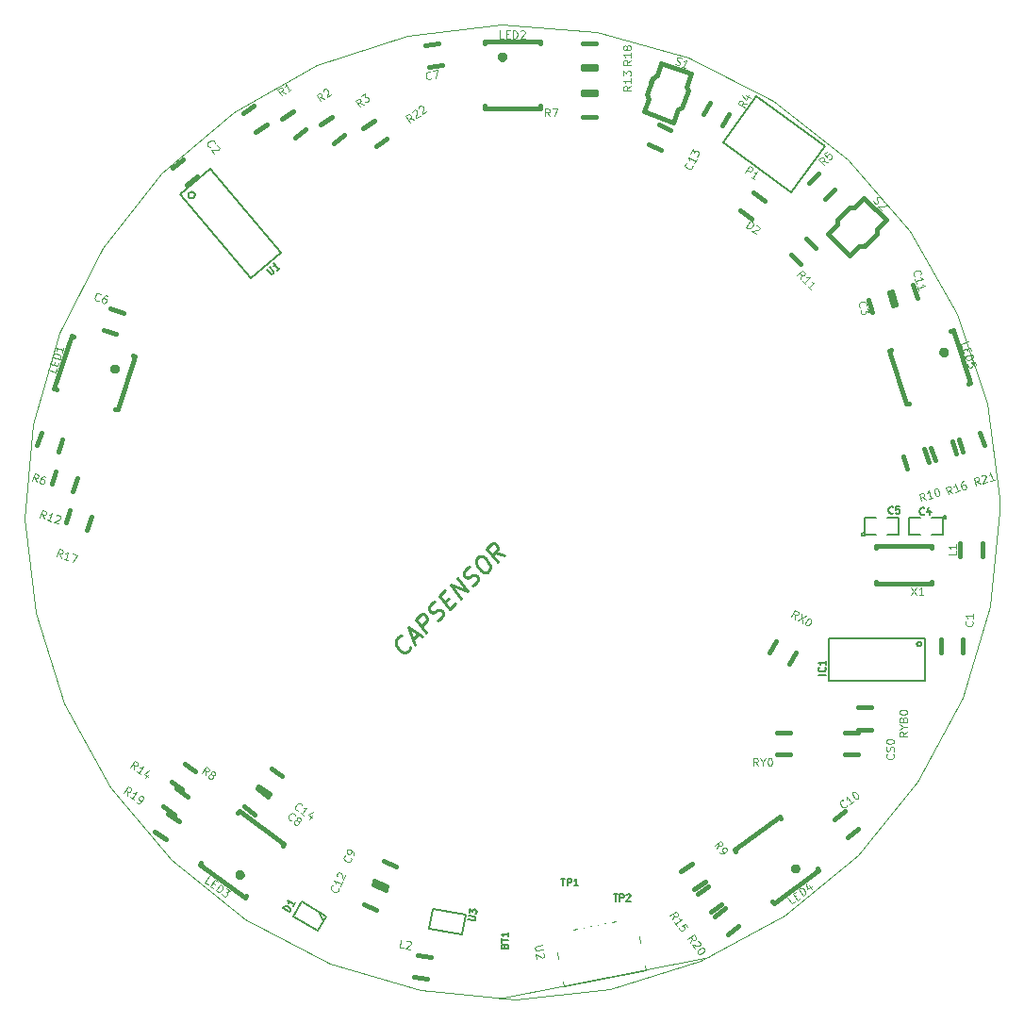
<source format=gto>
G04 (created by PCBNEW-RS274X (2012-01-19 BZR 3256)-stable) date 12/30/2012 11:34:10 PM*
G01*
G70*
G90*
%MOIN*%
G04 Gerber Fmt 3.4, Leading zero omitted, Abs format*
%FSLAX34Y34*%
G04 APERTURE LIST*
%ADD10C,0.006000*%
%ADD11C,0.003900*%
%ADD12C,0.008000*%
%ADD13C,0.007900*%
%ADD14C,0.005000*%
%ADD15C,0.015000*%
%ADD16C,0.009800*%
G04 APERTURE END LIST*
G54D10*
G54D11*
X38898Y-56575D02*
X46339Y-55118D01*
X56593Y-39370D02*
X56264Y-42715D01*
X55293Y-45933D01*
X53715Y-48901D01*
X51590Y-51505D01*
X49000Y-53648D01*
X46044Y-55247D01*
X42833Y-56241D01*
X39490Y-56592D01*
X36143Y-56287D01*
X32919Y-55338D01*
X29940Y-53781D01*
X27320Y-51675D01*
X25160Y-49100D01*
X23540Y-46154D01*
X22524Y-42950D01*
X22149Y-39610D01*
X22430Y-36261D01*
X23357Y-33030D01*
X24893Y-30041D01*
X26981Y-27406D01*
X29541Y-25228D01*
X32475Y-23588D01*
X35672Y-22549D01*
X39010Y-22151D01*
X42360Y-22409D01*
X45598Y-23313D01*
X48598Y-24829D01*
X51247Y-26898D01*
X53443Y-29443D01*
X55103Y-32365D01*
X56164Y-35555D01*
X56586Y-38890D01*
X56593Y-39370D01*
G54D12*
X49248Y-28069D02*
X46821Y-26305D01*
X47996Y-24687D02*
X50423Y-26451D01*
X50423Y-26451D02*
X49248Y-28069D01*
X46821Y-26305D02*
X47996Y-24687D01*
G54D13*
X53839Y-44036D02*
X53837Y-44051D01*
X53833Y-44066D01*
X53825Y-44079D01*
X53816Y-44091D01*
X53804Y-44101D01*
X53790Y-44108D01*
X53775Y-44113D01*
X53760Y-44114D01*
X53746Y-44113D01*
X53731Y-44109D01*
X53717Y-44102D01*
X53705Y-44092D01*
X53695Y-44080D01*
X53688Y-44067D01*
X53683Y-44052D01*
X53682Y-44037D01*
X53683Y-44022D01*
X53687Y-44007D01*
X53694Y-43994D01*
X53704Y-43982D01*
X53715Y-43972D01*
X53729Y-43964D01*
X53744Y-43959D01*
X53759Y-43958D01*
X53773Y-43959D01*
X53788Y-43963D01*
X53802Y-43970D01*
X53814Y-43979D01*
X53824Y-43991D01*
X53832Y-44004D01*
X53837Y-44019D01*
X53838Y-44034D01*
X53839Y-44036D01*
X50571Y-45335D02*
X53957Y-45335D01*
X53957Y-43839D02*
X50571Y-43839D01*
X53957Y-43839D02*
X53957Y-45335D01*
X50571Y-43839D02*
X50571Y-45335D01*
G54D14*
X54709Y-39562D02*
X54708Y-39571D01*
X54705Y-39581D01*
X54700Y-39589D01*
X54694Y-39597D01*
X54686Y-39603D01*
X54678Y-39608D01*
X54669Y-39610D01*
X54659Y-39611D01*
X54650Y-39611D01*
X54641Y-39608D01*
X54632Y-39603D01*
X54625Y-39597D01*
X54618Y-39590D01*
X54614Y-39581D01*
X54611Y-39572D01*
X54610Y-39562D01*
X54610Y-39553D01*
X54613Y-39544D01*
X54617Y-39535D01*
X54624Y-39528D01*
X54631Y-39521D01*
X54639Y-39517D01*
X54649Y-39514D01*
X54658Y-39513D01*
X54667Y-39513D01*
X54677Y-39516D01*
X54685Y-39520D01*
X54693Y-39526D01*
X54699Y-39534D01*
X54704Y-39542D01*
X54707Y-39551D01*
X54708Y-39561D01*
X54709Y-39562D01*
X54209Y-39562D02*
X54609Y-39562D01*
X54609Y-39562D02*
X54609Y-40162D01*
X54609Y-40162D02*
X54209Y-40162D01*
X53809Y-40162D02*
X53409Y-40162D01*
X53409Y-40162D02*
X53409Y-39562D01*
X53409Y-39562D02*
X53809Y-39562D01*
X51834Y-40162D02*
X51833Y-40171D01*
X51830Y-40181D01*
X51825Y-40189D01*
X51819Y-40197D01*
X51811Y-40203D01*
X51803Y-40208D01*
X51794Y-40210D01*
X51784Y-40211D01*
X51775Y-40211D01*
X51766Y-40208D01*
X51757Y-40203D01*
X51750Y-40197D01*
X51743Y-40190D01*
X51739Y-40181D01*
X51736Y-40172D01*
X51735Y-40162D01*
X51735Y-40153D01*
X51738Y-40144D01*
X51742Y-40135D01*
X51749Y-40128D01*
X51756Y-40121D01*
X51764Y-40117D01*
X51774Y-40114D01*
X51783Y-40113D01*
X51792Y-40113D01*
X51802Y-40116D01*
X51810Y-40120D01*
X51818Y-40126D01*
X51824Y-40134D01*
X51829Y-40142D01*
X51832Y-40151D01*
X51833Y-40161D01*
X51834Y-40162D01*
X52234Y-40162D02*
X51834Y-40162D01*
X51834Y-40162D02*
X51834Y-39562D01*
X51834Y-39562D02*
X52234Y-39562D01*
X52634Y-39562D02*
X53034Y-39562D01*
X53034Y-39562D02*
X53034Y-40162D01*
X53034Y-40162D02*
X52634Y-40162D01*
G54D15*
X54205Y-41831D02*
X54205Y-41909D01*
X54205Y-41909D02*
X52237Y-41909D01*
X52237Y-41909D02*
X52237Y-41831D01*
X52237Y-40649D02*
X52237Y-40571D01*
X52237Y-40571D02*
X54205Y-40571D01*
X54205Y-40571D02*
X54205Y-40649D01*
X44488Y-23956D02*
X44337Y-24026D01*
X44337Y-24026D02*
X44283Y-24175D01*
X45066Y-25591D02*
X44030Y-25214D01*
X44030Y-25214D02*
X44192Y-24769D01*
X44192Y-24769D02*
X44122Y-24618D01*
X44122Y-24618D02*
X44324Y-24063D01*
X44488Y-23956D02*
X44650Y-23511D01*
X44650Y-23511D02*
X45686Y-23888D01*
X45686Y-23888D02*
X45524Y-24333D01*
X45524Y-24333D02*
X45594Y-24484D01*
X45594Y-24484D02*
X45379Y-25076D01*
X45379Y-25076D02*
X45228Y-25146D01*
X45228Y-25146D02*
X45066Y-25591D01*
X51642Y-29987D02*
X51809Y-29987D01*
X51809Y-29987D02*
X51921Y-29875D01*
X51810Y-28261D02*
X52589Y-29040D01*
X52589Y-29040D02*
X52255Y-29374D01*
X52255Y-29374D02*
X52255Y-29541D01*
X52255Y-29541D02*
X51837Y-29959D01*
X51642Y-29987D02*
X51308Y-30321D01*
X51308Y-30321D02*
X50529Y-29542D01*
X50529Y-29542D02*
X50863Y-29208D01*
X50863Y-29208D02*
X50863Y-29041D01*
X50863Y-29041D02*
X51309Y-28595D01*
X51309Y-28595D02*
X51476Y-28595D01*
X51476Y-28595D02*
X51810Y-28261D01*
X53696Y-31796D02*
X53550Y-31347D01*
X52800Y-31590D02*
X52946Y-32039D01*
X24930Y-32940D02*
X25379Y-33086D01*
X25622Y-32336D02*
X25173Y-32190D01*
X24349Y-39992D02*
X24495Y-39543D01*
X23745Y-39300D02*
X23599Y-39749D01*
X23333Y-37255D02*
X23479Y-36806D01*
X22729Y-36563D02*
X22583Y-37012D01*
X23841Y-38626D02*
X23987Y-38177D01*
X23237Y-37934D02*
X23091Y-38383D01*
X30309Y-25930D02*
X30695Y-25659D01*
X30243Y-25014D02*
X29857Y-25285D01*
X27723Y-26908D02*
X27361Y-27212D01*
X27867Y-27816D02*
X28229Y-27512D01*
G54D14*
X28692Y-27229D02*
X27619Y-28129D01*
X31199Y-30217D02*
X30126Y-31117D01*
X31199Y-30217D02*
X28692Y-27229D01*
X27619Y-28129D02*
X30126Y-31117D01*
X28154Y-28166D02*
X28151Y-28187D01*
X28145Y-28208D01*
X28135Y-28227D01*
X28121Y-28244D01*
X28104Y-28258D01*
X28085Y-28269D01*
X28064Y-28275D01*
X28042Y-28277D01*
X28022Y-28276D01*
X28001Y-28269D01*
X27981Y-28259D01*
X27964Y-28246D01*
X27950Y-28229D01*
X27940Y-28210D01*
X27933Y-28189D01*
X27931Y-28167D01*
X27932Y-28146D01*
X27938Y-28125D01*
X27948Y-28106D01*
X27962Y-28089D01*
X27979Y-28075D01*
X27998Y-28064D01*
X28018Y-28057D01*
X28040Y-28055D01*
X28061Y-28056D01*
X28082Y-28062D01*
X28102Y-28072D01*
X28119Y-28085D01*
X28133Y-28102D01*
X28144Y-28121D01*
X28151Y-28142D01*
X28153Y-28163D01*
X28154Y-28166D01*
G54D15*
X31687Y-26127D02*
X32073Y-25856D01*
X31621Y-25211D02*
X31235Y-25482D01*
X33064Y-26324D02*
X33450Y-26053D01*
X32998Y-25408D02*
X32612Y-25679D01*
X48714Y-43930D02*
X48478Y-44338D01*
X49160Y-44732D02*
X49396Y-44324D01*
X35262Y-51908D02*
X34835Y-51708D01*
X34502Y-52422D02*
X34929Y-52622D01*
X29892Y-49786D02*
X30274Y-50063D01*
X30738Y-49426D02*
X30356Y-49149D01*
X27333Y-48900D02*
X27715Y-49177D01*
X28179Y-48540D02*
X27797Y-48263D01*
X27038Y-49786D02*
X27420Y-50063D01*
X27884Y-49426D02*
X27502Y-49149D01*
X26742Y-50672D02*
X27124Y-50949D01*
X27588Y-50312D02*
X27206Y-50035D01*
X51595Y-47067D02*
X52067Y-47067D01*
X52067Y-46279D02*
X51595Y-46279D01*
X49212Y-47165D02*
X48740Y-47165D01*
X48740Y-47953D02*
X49212Y-47953D01*
X34908Y-52735D02*
X34481Y-52535D01*
X34148Y-53249D02*
X34575Y-53449D01*
X36492Y-55106D02*
X36027Y-55024D01*
X35890Y-55800D02*
X36355Y-55882D01*
X45809Y-52721D02*
X46191Y-52444D01*
X45727Y-51807D02*
X45345Y-52084D01*
X46399Y-53508D02*
X46781Y-53231D01*
X46317Y-52594D02*
X45935Y-52871D01*
X46990Y-54296D02*
X47372Y-54019D01*
X46908Y-53382D02*
X46526Y-53659D01*
X51222Y-50861D02*
X51604Y-50584D01*
X51140Y-49947D02*
X50758Y-50224D01*
X46814Y-25712D02*
X47050Y-25304D01*
X46368Y-24910D02*
X46132Y-25318D01*
X51122Y-47953D02*
X51594Y-47953D01*
X51594Y-47165D02*
X51122Y-47165D01*
X50439Y-28299D02*
X50772Y-27966D01*
X50215Y-27409D02*
X49882Y-27742D01*
X55206Y-40464D02*
X55206Y-40936D01*
X55994Y-40936D02*
X55994Y-40464D01*
X54527Y-43858D02*
X54527Y-44330D01*
X55315Y-44330D02*
X55315Y-43858D01*
X54090Y-37603D02*
X53944Y-37154D01*
X53194Y-37397D02*
X53340Y-37846D01*
X56058Y-37012D02*
X55912Y-36563D01*
X55162Y-36806D02*
X55308Y-37255D01*
X55074Y-37308D02*
X54928Y-36859D01*
X54178Y-37102D02*
X54324Y-37551D01*
X51954Y-31858D02*
X52100Y-32307D01*
X52850Y-32064D02*
X52704Y-31615D01*
X50110Y-30049D02*
X49777Y-29716D01*
X49220Y-30273D02*
X49553Y-30606D01*
X44983Y-25867D02*
X44559Y-25660D01*
X44213Y-26369D02*
X44637Y-26576D01*
X47443Y-28719D02*
X47825Y-28996D01*
X48289Y-28359D02*
X47907Y-28082D01*
X42336Y-22806D02*
X41864Y-22806D01*
X41864Y-23594D02*
X42336Y-23594D01*
X36778Y-22799D02*
X36313Y-22881D01*
X36450Y-23657D02*
X36915Y-23575D01*
X42336Y-23706D02*
X41864Y-23706D01*
X41864Y-24494D02*
X42336Y-24494D01*
X42336Y-24606D02*
X41864Y-24606D01*
X41864Y-25394D02*
X42336Y-25394D01*
G54D11*
X41163Y-55969D02*
X41194Y-56124D01*
X41194Y-56124D02*
X44091Y-55561D01*
X44091Y-55561D02*
X44061Y-55406D01*
X43858Y-54363D02*
X43904Y-54595D01*
X40961Y-54926D02*
X41006Y-55159D01*
X41663Y-54108D02*
X41528Y-54134D01*
X42900Y-53867D02*
X43036Y-53841D01*
X42649Y-53916D02*
X42669Y-53912D01*
X42398Y-53965D02*
X42417Y-53961D01*
X42146Y-54014D02*
X42166Y-54010D01*
X41895Y-54063D02*
X41915Y-54059D01*
G54D14*
X32528Y-53501D02*
X32688Y-53824D01*
X31922Y-53151D02*
X32810Y-53664D01*
X32810Y-53664D02*
X32510Y-54183D01*
X32510Y-54183D02*
X31622Y-53671D01*
X31622Y-53671D02*
X31922Y-53151D01*
X36435Y-54098D02*
X36557Y-53409D01*
X36557Y-53409D02*
X37739Y-53618D01*
X37739Y-53618D02*
X37617Y-54307D01*
X37617Y-54307D02*
X36435Y-54098D01*
G54D15*
X29818Y-52194D02*
X29816Y-52209D01*
X29812Y-52224D01*
X29804Y-52237D01*
X29795Y-52249D01*
X29783Y-52259D01*
X29769Y-52266D01*
X29754Y-52271D01*
X29739Y-52272D01*
X29725Y-52271D01*
X29710Y-52267D01*
X29696Y-52260D01*
X29684Y-52250D01*
X29674Y-52238D01*
X29667Y-52225D01*
X29662Y-52210D01*
X29661Y-52195D01*
X29662Y-52180D01*
X29666Y-52165D01*
X29673Y-52152D01*
X29683Y-52140D01*
X29694Y-52130D01*
X29708Y-52122D01*
X29723Y-52117D01*
X29738Y-52116D01*
X29752Y-52117D01*
X29767Y-52121D01*
X29781Y-52128D01*
X29793Y-52137D01*
X29803Y-52149D01*
X29811Y-52162D01*
X29816Y-52177D01*
X29817Y-52192D01*
X29818Y-52194D01*
X31267Y-51163D02*
X31313Y-51099D01*
X31313Y-51099D02*
X29721Y-49942D01*
X29721Y-49942D02*
X29675Y-50006D01*
X29971Y-52946D02*
X29925Y-53010D01*
X29925Y-53010D02*
X28333Y-51853D01*
X28333Y-51853D02*
X28379Y-51789D01*
X49456Y-51975D02*
X49454Y-51990D01*
X49450Y-52005D01*
X49442Y-52018D01*
X49433Y-52030D01*
X49421Y-52040D01*
X49407Y-52047D01*
X49392Y-52052D01*
X49377Y-52053D01*
X49363Y-52052D01*
X49348Y-52048D01*
X49334Y-52041D01*
X49322Y-52031D01*
X49312Y-52019D01*
X49305Y-52006D01*
X49300Y-51991D01*
X49299Y-51976D01*
X49300Y-51961D01*
X49304Y-51946D01*
X49311Y-51933D01*
X49321Y-51921D01*
X49332Y-51911D01*
X49346Y-51903D01*
X49361Y-51898D01*
X49376Y-51897D01*
X49390Y-51898D01*
X49405Y-51902D01*
X49419Y-51909D01*
X49431Y-51918D01*
X49441Y-51930D01*
X49449Y-51943D01*
X49454Y-51958D01*
X49455Y-51973D01*
X49456Y-51975D01*
X48868Y-50203D02*
X48822Y-50139D01*
X48822Y-50139D02*
X47230Y-51296D01*
X47230Y-51296D02*
X47276Y-51360D01*
X50164Y-51986D02*
X50210Y-52050D01*
X50210Y-52050D02*
X48618Y-53207D01*
X48618Y-53207D02*
X48572Y-53143D01*
X54702Y-33721D02*
X54700Y-33736D01*
X54696Y-33750D01*
X54688Y-33764D01*
X54679Y-33775D01*
X54667Y-33785D01*
X54654Y-33792D01*
X54639Y-33797D01*
X54624Y-33798D01*
X54610Y-33797D01*
X54595Y-33793D01*
X54582Y-33786D01*
X54570Y-33776D01*
X54560Y-33765D01*
X54553Y-33751D01*
X54548Y-33737D01*
X54547Y-33722D01*
X54548Y-33707D01*
X54552Y-33693D01*
X54559Y-33679D01*
X54568Y-33667D01*
X54580Y-33657D01*
X54593Y-33650D01*
X54608Y-33645D01*
X54623Y-33644D01*
X54637Y-33645D01*
X54652Y-33649D01*
X54665Y-33656D01*
X54677Y-33665D01*
X54687Y-33677D01*
X54695Y-33690D01*
X54700Y-33704D01*
X54701Y-33719D01*
X54702Y-33721D01*
X52782Y-33657D02*
X52707Y-33681D01*
X52707Y-33681D02*
X53315Y-35553D01*
X53315Y-35553D02*
X53390Y-35528D01*
X54878Y-32976D02*
X54953Y-32951D01*
X54953Y-32951D02*
X55561Y-34823D01*
X55561Y-34823D02*
X55486Y-34847D01*
X39095Y-23287D02*
X39093Y-23302D01*
X39089Y-23317D01*
X39081Y-23330D01*
X39072Y-23342D01*
X39060Y-23352D01*
X39046Y-23359D01*
X39031Y-23364D01*
X39016Y-23365D01*
X39002Y-23364D01*
X38987Y-23360D01*
X38973Y-23353D01*
X38961Y-23343D01*
X38951Y-23331D01*
X38944Y-23318D01*
X38939Y-23303D01*
X38938Y-23288D01*
X38939Y-23273D01*
X38943Y-23258D01*
X38950Y-23245D01*
X38960Y-23233D01*
X38971Y-23223D01*
X38985Y-23215D01*
X39000Y-23210D01*
X39015Y-23209D01*
X39029Y-23210D01*
X39044Y-23214D01*
X39058Y-23221D01*
X39070Y-23230D01*
X39080Y-23242D01*
X39088Y-23255D01*
X39093Y-23270D01*
X39094Y-23285D01*
X39095Y-23287D01*
X38386Y-25019D02*
X38386Y-25098D01*
X38386Y-25098D02*
X40354Y-25098D01*
X40354Y-25098D02*
X40354Y-25019D01*
X38386Y-22815D02*
X38386Y-22736D01*
X38386Y-22736D02*
X40354Y-22736D01*
X40354Y-22736D02*
X40354Y-22815D01*
X25394Y-34307D02*
X25392Y-34322D01*
X25388Y-34337D01*
X25380Y-34350D01*
X25371Y-34362D01*
X25359Y-34372D01*
X25345Y-34379D01*
X25330Y-34384D01*
X25315Y-34385D01*
X25301Y-34384D01*
X25286Y-34380D01*
X25272Y-34373D01*
X25260Y-34363D01*
X25250Y-34351D01*
X25243Y-34338D01*
X25238Y-34323D01*
X25237Y-34308D01*
X25238Y-34293D01*
X25242Y-34278D01*
X25249Y-34265D01*
X25259Y-34253D01*
X25270Y-34243D01*
X25284Y-34235D01*
X25299Y-34230D01*
X25314Y-34229D01*
X25328Y-34230D01*
X25343Y-34234D01*
X25357Y-34241D01*
X25369Y-34250D01*
X25379Y-34262D01*
X25387Y-34275D01*
X25392Y-34290D01*
X25393Y-34305D01*
X25394Y-34307D01*
X23862Y-33173D02*
X23787Y-33148D01*
X23787Y-33148D02*
X23179Y-35020D01*
X23179Y-35020D02*
X23254Y-35044D01*
X25958Y-33854D02*
X26033Y-33878D01*
X26033Y-33878D02*
X25425Y-35750D01*
X25425Y-35750D02*
X25350Y-35725D01*
X30404Y-49078D02*
X30786Y-49355D01*
X31250Y-48718D02*
X30868Y-48441D01*
X34495Y-25526D02*
X34109Y-25797D01*
X34561Y-26442D02*
X34947Y-26171D01*
G54D11*
X47605Y-27373D02*
X47767Y-27150D01*
X47852Y-27212D01*
X47866Y-27238D01*
X47868Y-27256D01*
X47864Y-27284D01*
X47840Y-27317D01*
X47814Y-27330D01*
X47796Y-27333D01*
X47767Y-27328D01*
X47683Y-27266D01*
X47945Y-27620D02*
X47818Y-27528D01*
X47881Y-27574D02*
X48043Y-27350D01*
X47999Y-27367D01*
X47963Y-27372D01*
X47934Y-27369D01*
G54D14*
X50455Y-45125D02*
X50205Y-45125D01*
X50431Y-44864D02*
X50443Y-44876D01*
X50455Y-44911D01*
X50455Y-44935D01*
X50443Y-44971D01*
X50419Y-44995D01*
X50396Y-45006D01*
X50348Y-45018D01*
X50312Y-45018D01*
X50265Y-45006D01*
X50241Y-44995D01*
X50217Y-44971D01*
X50205Y-44935D01*
X50205Y-44911D01*
X50217Y-44876D01*
X50229Y-44864D01*
X50455Y-44626D02*
X50455Y-44768D01*
X50455Y-44697D02*
X50205Y-44697D01*
X50241Y-44721D01*
X50265Y-44745D01*
X50277Y-44768D01*
G54D16*
X35765Y-44143D02*
X35762Y-44186D01*
X35719Y-44270D01*
X35679Y-44310D01*
X35601Y-44347D01*
X35525Y-44343D01*
X35469Y-44317D01*
X35378Y-44247D01*
X35325Y-44178D01*
X35275Y-44067D01*
X35259Y-44002D01*
X35265Y-43915D01*
X35307Y-43833D01*
X35348Y-43792D01*
X35426Y-43753D01*
X35464Y-43756D01*
X35855Y-43890D02*
X36058Y-43688D01*
X35921Y-44067D02*
X35691Y-43449D01*
X36204Y-43785D01*
X36345Y-43643D02*
X35974Y-43166D01*
X36135Y-43005D01*
X36194Y-42986D01*
X36232Y-42989D01*
X36287Y-43014D01*
X36341Y-43082D01*
X36355Y-43148D01*
X36353Y-43191D01*
X36330Y-43254D01*
X36169Y-43416D01*
X36732Y-43216D02*
X36810Y-43179D01*
X36911Y-43078D01*
X36934Y-43014D01*
X36937Y-42971D01*
X36921Y-42906D01*
X36886Y-42860D01*
X36831Y-42834D01*
X36792Y-42833D01*
X36734Y-42850D01*
X36636Y-42909D01*
X36577Y-42926D01*
X36540Y-42923D01*
X36484Y-42898D01*
X36449Y-42853D01*
X36434Y-42787D01*
X36436Y-42744D01*
X36459Y-42681D01*
X36560Y-42580D01*
X36638Y-42542D01*
X36979Y-42566D02*
X37120Y-42424D01*
X37376Y-42613D02*
X37173Y-42815D01*
X36802Y-42338D01*
X37004Y-42136D01*
X37557Y-42431D02*
X37186Y-41954D01*
X37800Y-42189D01*
X37429Y-41711D01*
X37964Y-41984D02*
X38043Y-41946D01*
X38144Y-41845D01*
X38166Y-41781D01*
X38169Y-41739D01*
X38154Y-41674D01*
X38118Y-41627D01*
X38063Y-41602D01*
X38025Y-41600D01*
X37967Y-41617D01*
X37869Y-41676D01*
X37810Y-41694D01*
X37772Y-41690D01*
X37717Y-41665D01*
X37681Y-41620D01*
X37666Y-41554D01*
X37668Y-41511D01*
X37692Y-41448D01*
X37792Y-41348D01*
X37871Y-41309D01*
X38115Y-41025D02*
X38196Y-40944D01*
X38255Y-40925D01*
X38330Y-40931D01*
X38421Y-41002D01*
X38545Y-41161D01*
X38595Y-41272D01*
X38591Y-41357D01*
X38567Y-41421D01*
X38487Y-41502D01*
X38429Y-41519D01*
X38353Y-41514D01*
X38262Y-41444D01*
X38138Y-41285D01*
X38088Y-41174D01*
X38093Y-41087D01*
X38115Y-41025D01*
X39093Y-40895D02*
X38775Y-40809D01*
X38851Y-41138D02*
X38480Y-40661D01*
X38641Y-40499D01*
X38699Y-40480D01*
X38737Y-40484D01*
X38793Y-40509D01*
X38846Y-40577D01*
X38861Y-40643D01*
X38859Y-40686D01*
X38835Y-40749D01*
X38674Y-40910D01*
G54D14*
X53934Y-39447D02*
X53922Y-39459D01*
X53887Y-39471D01*
X53863Y-39471D01*
X53827Y-39459D01*
X53803Y-39435D01*
X53792Y-39412D01*
X53780Y-39364D01*
X53780Y-39328D01*
X53792Y-39281D01*
X53803Y-39257D01*
X53827Y-39233D01*
X53863Y-39221D01*
X53887Y-39221D01*
X53922Y-39233D01*
X53934Y-39245D01*
X54149Y-39305D02*
X54149Y-39471D01*
X54089Y-39209D02*
X54030Y-39388D01*
X54184Y-39388D01*
X52832Y-39408D02*
X52820Y-39420D01*
X52785Y-39432D01*
X52761Y-39432D01*
X52725Y-39420D01*
X52701Y-39396D01*
X52690Y-39373D01*
X52678Y-39325D01*
X52678Y-39289D01*
X52690Y-39242D01*
X52701Y-39218D01*
X52725Y-39194D01*
X52761Y-39182D01*
X52785Y-39182D01*
X52820Y-39194D01*
X52832Y-39206D01*
X53059Y-39182D02*
X52940Y-39182D01*
X52928Y-39301D01*
X52940Y-39289D01*
X52963Y-39277D01*
X53023Y-39277D01*
X53047Y-39289D01*
X53059Y-39301D01*
X53070Y-39325D01*
X53070Y-39385D01*
X53059Y-39408D01*
X53047Y-39420D01*
X53023Y-39432D01*
X52963Y-39432D01*
X52940Y-39420D01*
X52928Y-39408D01*
G54D11*
X53477Y-42041D02*
X53661Y-42317D01*
X53661Y-42041D02*
X53477Y-42317D01*
X53911Y-42317D02*
X53754Y-42317D01*
X53832Y-42317D02*
X53832Y-42041D01*
X53806Y-42080D01*
X53780Y-42106D01*
X53754Y-42120D01*
X45123Y-23525D02*
X45155Y-23551D01*
X45217Y-23573D01*
X45246Y-23570D01*
X45263Y-23561D01*
X45284Y-23541D01*
X45293Y-23517D01*
X45290Y-23488D01*
X45282Y-23470D01*
X45262Y-23449D01*
X45217Y-23419D01*
X45197Y-23398D01*
X45189Y-23381D01*
X45186Y-23352D01*
X45195Y-23327D01*
X45216Y-23307D01*
X45233Y-23299D01*
X45262Y-23296D01*
X45324Y-23318D01*
X45356Y-23344D01*
X45513Y-23681D02*
X45365Y-23627D01*
X45439Y-23654D02*
X45533Y-23395D01*
X45495Y-23422D01*
X45462Y-23438D01*
X45433Y-23442D01*
X52144Y-28387D02*
X52162Y-28423D01*
X52209Y-28470D01*
X52236Y-28479D01*
X52255Y-28478D01*
X52283Y-28469D01*
X52301Y-28451D01*
X52310Y-28423D01*
X52311Y-28404D01*
X52302Y-28377D01*
X52274Y-28330D01*
X52264Y-28302D01*
X52264Y-28284D01*
X52274Y-28256D01*
X52293Y-28237D01*
X52320Y-28228D01*
X52339Y-28228D01*
X52366Y-28237D01*
X52413Y-28284D01*
X52431Y-28321D01*
X52497Y-28405D02*
X52515Y-28405D01*
X52543Y-28414D01*
X52590Y-28461D01*
X52599Y-28488D01*
X52599Y-28507D01*
X52590Y-28534D01*
X52571Y-28553D01*
X52534Y-28572D01*
X52310Y-28572D01*
X52431Y-28693D01*
X53604Y-31038D02*
X53587Y-31030D01*
X53562Y-30997D01*
X53554Y-30972D01*
X53554Y-30930D01*
X53572Y-30897D01*
X53593Y-30877D01*
X53639Y-30848D01*
X53676Y-30836D01*
X53731Y-30832D01*
X53759Y-30836D01*
X53792Y-30853D01*
X53817Y-30887D01*
X53825Y-30912D01*
X53825Y-30953D01*
X53816Y-30969D01*
X53660Y-31296D02*
X53611Y-31147D01*
X53635Y-31221D02*
X53898Y-31136D01*
X53853Y-31123D01*
X53820Y-31107D01*
X53799Y-31086D01*
X53741Y-31547D02*
X53693Y-31397D01*
X53717Y-31471D02*
X53979Y-31386D01*
X53934Y-31373D01*
X53901Y-31357D01*
X53880Y-31336D01*
X24753Y-31902D02*
X24736Y-31911D01*
X24695Y-31911D01*
X24670Y-31903D01*
X24636Y-31878D01*
X24620Y-31845D01*
X24616Y-31816D01*
X24620Y-31762D01*
X24632Y-31725D01*
X24661Y-31678D01*
X24681Y-31657D01*
X24714Y-31641D01*
X24756Y-31641D01*
X24780Y-31649D01*
X24814Y-31673D01*
X24822Y-31690D01*
X25055Y-31738D02*
X25005Y-31722D01*
X24976Y-31726D01*
X24960Y-31734D01*
X24923Y-31763D01*
X24894Y-31810D01*
X24862Y-31910D01*
X24866Y-31938D01*
X24874Y-31956D01*
X24895Y-31976D01*
X24945Y-31993D01*
X24974Y-31988D01*
X24991Y-31979D01*
X25011Y-31958D01*
X25032Y-31895D01*
X25027Y-31867D01*
X25019Y-31850D01*
X24998Y-31830D01*
X24948Y-31813D01*
X24919Y-31818D01*
X24903Y-31826D01*
X24882Y-31847D01*
X23418Y-40997D02*
X23371Y-40843D01*
X23269Y-40948D02*
X23354Y-40686D01*
X23454Y-40718D01*
X23475Y-40738D01*
X23483Y-40755D01*
X23487Y-40783D01*
X23475Y-40822D01*
X23455Y-40842D01*
X23438Y-40851D01*
X23409Y-40855D01*
X23310Y-40822D01*
X23668Y-41078D02*
X23519Y-41029D01*
X23593Y-41053D02*
X23678Y-40791D01*
X23642Y-40820D01*
X23609Y-40837D01*
X23580Y-40842D01*
X23841Y-40844D02*
X24016Y-40901D01*
X23818Y-41127D01*
X22560Y-38320D02*
X22513Y-38166D01*
X22410Y-38272D02*
X22496Y-38009D01*
X22595Y-38042D01*
X22616Y-38062D01*
X22625Y-38079D01*
X22629Y-38107D01*
X22617Y-38145D01*
X22596Y-38166D01*
X22580Y-38174D01*
X22551Y-38179D01*
X22451Y-38146D01*
X22870Y-38131D02*
X22820Y-38115D01*
X22791Y-38119D01*
X22775Y-38127D01*
X22738Y-38156D01*
X22709Y-38203D01*
X22677Y-38303D01*
X22681Y-38331D01*
X22689Y-38349D01*
X22710Y-38369D01*
X22760Y-38386D01*
X22789Y-38381D01*
X22806Y-38372D01*
X22826Y-38351D01*
X22847Y-38288D01*
X22842Y-38260D01*
X22834Y-38243D01*
X22813Y-38223D01*
X22763Y-38206D01*
X22734Y-38211D01*
X22718Y-38219D01*
X22697Y-38240D01*
X22827Y-39619D02*
X22780Y-39465D01*
X22678Y-39570D02*
X22763Y-39308D01*
X22863Y-39340D01*
X22884Y-39360D01*
X22892Y-39377D01*
X22896Y-39405D01*
X22884Y-39444D01*
X22864Y-39464D01*
X22847Y-39473D01*
X22818Y-39477D01*
X22719Y-39444D01*
X23077Y-39700D02*
X22928Y-39651D01*
X23002Y-39675D02*
X23087Y-39413D01*
X23051Y-39442D01*
X23018Y-39459D01*
X22989Y-39464D01*
X23255Y-39495D02*
X23272Y-39486D01*
X23300Y-39482D01*
X23363Y-39502D01*
X23384Y-39523D01*
X23392Y-39539D01*
X23397Y-39568D01*
X23388Y-39594D01*
X23364Y-39627D01*
X23165Y-39728D01*
X23327Y-39781D01*
X31367Y-24567D02*
X31215Y-24512D01*
X31238Y-24657D02*
X31080Y-24431D01*
X31166Y-24371D01*
X31194Y-24367D01*
X31213Y-24370D01*
X31238Y-24384D01*
X31261Y-24416D01*
X31265Y-24445D01*
X31262Y-24463D01*
X31248Y-24489D01*
X31162Y-24549D01*
X31582Y-24416D02*
X31453Y-24506D01*
X31517Y-24462D02*
X31359Y-24236D01*
X31360Y-24282D01*
X31354Y-24319D01*
X31340Y-24345D01*
X28685Y-26476D02*
X28666Y-26475D01*
X28631Y-26454D01*
X28614Y-26434D01*
X28599Y-26395D01*
X28603Y-26358D01*
X28614Y-26331D01*
X28647Y-26287D01*
X28676Y-26262D01*
X28725Y-26238D01*
X28754Y-26231D01*
X28790Y-26234D01*
X28826Y-26257D01*
X28843Y-26277D01*
X28858Y-26315D01*
X28856Y-26333D01*
X28924Y-26414D02*
X28943Y-26416D01*
X28969Y-26427D01*
X29012Y-26478D01*
X29018Y-26506D01*
X29017Y-26525D01*
X29005Y-26551D01*
X28985Y-26569D01*
X28946Y-26584D01*
X28724Y-26564D01*
X28834Y-26695D01*
G54D14*
X30704Y-30795D02*
X30834Y-30950D01*
X30857Y-30961D01*
X30874Y-30963D01*
X30900Y-30956D01*
X30937Y-30925D01*
X30948Y-30901D01*
X30949Y-30885D01*
X30943Y-30859D01*
X30812Y-30704D01*
X31165Y-30735D02*
X31056Y-30826D01*
X31110Y-30780D02*
X30950Y-30589D01*
X30954Y-30632D01*
X30951Y-30665D01*
X30941Y-30689D01*
G54D11*
X32745Y-24764D02*
X32593Y-24709D01*
X32616Y-24854D02*
X32458Y-24628D01*
X32544Y-24568D01*
X32572Y-24564D01*
X32591Y-24567D01*
X32616Y-24581D01*
X32639Y-24613D01*
X32643Y-24642D01*
X32640Y-24660D01*
X32626Y-24686D01*
X32540Y-24746D01*
X32688Y-24499D02*
X32691Y-24480D01*
X32705Y-24455D01*
X32759Y-24417D01*
X32788Y-24413D01*
X32806Y-24416D01*
X32832Y-24430D01*
X32847Y-24452D01*
X32859Y-24491D01*
X32820Y-24711D01*
X32960Y-24613D01*
X34122Y-24961D02*
X33970Y-24906D01*
X33993Y-25051D02*
X33835Y-24825D01*
X33921Y-24765D01*
X33949Y-24761D01*
X33968Y-24764D01*
X33993Y-24778D01*
X34016Y-24810D01*
X34020Y-24839D01*
X34017Y-24857D01*
X34003Y-24883D01*
X33917Y-24943D01*
X34039Y-24682D02*
X34179Y-24584D01*
X34164Y-24723D01*
X34196Y-24700D01*
X34225Y-24696D01*
X34243Y-24699D01*
X34269Y-24713D01*
X34307Y-24767D01*
X34311Y-24796D01*
X34308Y-24815D01*
X34294Y-24840D01*
X34230Y-24885D01*
X34201Y-24890D01*
X34181Y-24886D01*
X49379Y-43158D02*
X49365Y-42998D01*
X49243Y-43079D02*
X49381Y-42840D01*
X49472Y-42893D01*
X49488Y-42917D01*
X49493Y-42935D01*
X49491Y-42964D01*
X49471Y-42999D01*
X49447Y-43015D01*
X49429Y-43019D01*
X49400Y-43018D01*
X49309Y-42965D01*
X49597Y-42965D02*
X49618Y-43296D01*
X49756Y-43057D02*
X49459Y-43204D01*
X49893Y-43136D02*
X49916Y-43149D01*
X49932Y-43174D01*
X49937Y-43191D01*
X49935Y-43221D01*
X49920Y-43273D01*
X49887Y-43330D01*
X49850Y-43369D01*
X49825Y-43385D01*
X49807Y-43390D01*
X49778Y-43388D01*
X49755Y-43375D01*
X49739Y-43351D01*
X49734Y-43332D01*
X49736Y-43303D01*
X49751Y-43252D01*
X49784Y-43194D01*
X49822Y-43155D01*
X49846Y-43139D01*
X49864Y-43134D01*
X49893Y-43136D01*
X33680Y-51614D02*
X33687Y-51631D01*
X33682Y-51672D01*
X33671Y-51696D01*
X33642Y-51726D01*
X33607Y-51739D01*
X33578Y-51739D01*
X33524Y-51729D01*
X33489Y-51712D01*
X33446Y-51678D01*
X33428Y-51655D01*
X33416Y-51621D01*
X33421Y-51579D01*
X33432Y-51556D01*
X33460Y-51526D01*
X33477Y-51519D01*
X33760Y-51505D02*
X33782Y-51458D01*
X33781Y-51428D01*
X33774Y-51411D01*
X33750Y-51371D01*
X33707Y-51336D01*
X33612Y-51292D01*
X33583Y-51293D01*
X33566Y-51299D01*
X33543Y-51317D01*
X33521Y-51365D01*
X33521Y-51394D01*
X33528Y-51412D01*
X33546Y-51434D01*
X33606Y-51462D01*
X33635Y-51461D01*
X33652Y-51455D01*
X33676Y-51437D01*
X33698Y-51389D01*
X33696Y-51360D01*
X33690Y-51343D01*
X33672Y-51320D01*
X31567Y-50279D02*
X31548Y-50282D01*
X31509Y-50270D01*
X31488Y-50255D01*
X31463Y-50221D01*
X31458Y-50184D01*
X31463Y-50155D01*
X31483Y-50104D01*
X31506Y-50073D01*
X31548Y-50038D01*
X31574Y-50024D01*
X31610Y-50018D01*
X31650Y-50031D01*
X31671Y-50047D01*
X31695Y-50080D01*
X31698Y-50098D01*
X31772Y-50266D02*
X31758Y-50240D01*
X31755Y-50222D01*
X31761Y-50192D01*
X31768Y-50182D01*
X31794Y-50168D01*
X31812Y-50165D01*
X31841Y-50170D01*
X31884Y-50201D01*
X31897Y-50227D01*
X31900Y-50245D01*
X31895Y-50274D01*
X31888Y-50284D01*
X31861Y-50299D01*
X31843Y-50302D01*
X31815Y-50297D01*
X31772Y-50266D01*
X31743Y-50261D01*
X31725Y-50264D01*
X31698Y-50278D01*
X31668Y-50320D01*
X31663Y-50349D01*
X31665Y-50368D01*
X31679Y-50393D01*
X31722Y-50425D01*
X31750Y-50429D01*
X31769Y-50426D01*
X31795Y-50412D01*
X31825Y-50370D01*
X31831Y-50341D01*
X31828Y-50323D01*
X31815Y-50297D01*
X28519Y-48686D02*
X28522Y-48525D01*
X28392Y-48593D02*
X28554Y-48370D01*
X28639Y-48432D01*
X28653Y-48458D01*
X28655Y-48476D01*
X28651Y-48504D01*
X28627Y-48537D01*
X28601Y-48550D01*
X28583Y-48553D01*
X28554Y-48548D01*
X28470Y-48486D01*
X28740Y-48651D02*
X28726Y-48625D01*
X28723Y-48607D01*
X28729Y-48577D01*
X28736Y-48567D01*
X28762Y-48553D01*
X28780Y-48550D01*
X28809Y-48555D01*
X28852Y-48586D01*
X28865Y-48612D01*
X28868Y-48630D01*
X28863Y-48659D01*
X28856Y-48669D01*
X28829Y-48684D01*
X28811Y-48687D01*
X28783Y-48682D01*
X28740Y-48651D01*
X28711Y-48646D01*
X28693Y-48649D01*
X28666Y-48663D01*
X28636Y-48705D01*
X28631Y-48734D01*
X28633Y-48753D01*
X28647Y-48778D01*
X28690Y-48810D01*
X28718Y-48814D01*
X28737Y-48811D01*
X28763Y-48797D01*
X28793Y-48755D01*
X28799Y-48726D01*
X28796Y-48708D01*
X28783Y-48682D01*
X26010Y-48490D02*
X26013Y-48329D01*
X25883Y-48398D02*
X26045Y-48174D01*
X26130Y-48236D01*
X26144Y-48262D01*
X26147Y-48280D01*
X26142Y-48309D01*
X26118Y-48341D01*
X26093Y-48355D01*
X26074Y-48357D01*
X26046Y-48353D01*
X25961Y-48291D01*
X26223Y-48645D02*
X26096Y-48552D01*
X26159Y-48598D02*
X26321Y-48375D01*
X26277Y-48391D01*
X26241Y-48397D01*
X26212Y-48393D01*
X26523Y-48635D02*
X26415Y-48784D01*
X26531Y-48511D02*
X26363Y-48632D01*
X26500Y-48732D01*
X25774Y-49395D02*
X25777Y-49234D01*
X25647Y-49303D02*
X25809Y-49079D01*
X25894Y-49141D01*
X25908Y-49167D01*
X25911Y-49185D01*
X25906Y-49214D01*
X25882Y-49246D01*
X25857Y-49260D01*
X25838Y-49262D01*
X25810Y-49258D01*
X25725Y-49196D01*
X25987Y-49550D02*
X25860Y-49457D01*
X25923Y-49503D02*
X26085Y-49280D01*
X26041Y-49296D01*
X26005Y-49302D01*
X25976Y-49298D01*
X26094Y-49627D02*
X26136Y-49658D01*
X26165Y-49663D01*
X26184Y-49659D01*
X26228Y-49643D01*
X26270Y-49608D01*
X26331Y-49523D01*
X26336Y-49494D01*
X26333Y-49476D01*
X26320Y-49450D01*
X26277Y-49419D01*
X26248Y-49414D01*
X26230Y-49417D01*
X26204Y-49431D01*
X26166Y-49484D01*
X26161Y-49513D01*
X26164Y-49531D01*
X26176Y-49557D01*
X26219Y-49589D01*
X26249Y-49593D01*
X26267Y-49590D01*
X26293Y-49576D01*
X53340Y-47153D02*
X53208Y-47245D01*
X53340Y-47310D02*
X53064Y-47310D01*
X53064Y-47205D01*
X53077Y-47179D01*
X53090Y-47166D01*
X53116Y-47153D01*
X53156Y-47153D01*
X53182Y-47166D01*
X53195Y-47179D01*
X53208Y-47205D01*
X53208Y-47310D01*
X53208Y-46982D02*
X53340Y-46982D01*
X53064Y-47074D02*
X53208Y-46982D01*
X53064Y-46890D01*
X53195Y-46705D02*
X53208Y-46666D01*
X53221Y-46653D01*
X53248Y-46640D01*
X53287Y-46640D01*
X53313Y-46653D01*
X53327Y-46666D01*
X53340Y-46692D01*
X53340Y-46797D01*
X53064Y-46797D01*
X53064Y-46705D01*
X53077Y-46679D01*
X53090Y-46666D01*
X53116Y-46653D01*
X53143Y-46653D01*
X53169Y-46666D01*
X53182Y-46679D01*
X53195Y-46705D01*
X53195Y-46797D01*
X53064Y-46469D02*
X53064Y-46442D01*
X53077Y-46416D01*
X53090Y-46403D01*
X53116Y-46390D01*
X53169Y-46377D01*
X53235Y-46377D01*
X53287Y-46390D01*
X53313Y-46403D01*
X53327Y-46416D01*
X53340Y-46442D01*
X53340Y-46469D01*
X53327Y-46495D01*
X53313Y-46508D01*
X53287Y-46521D01*
X53235Y-46534D01*
X53169Y-46534D01*
X53116Y-46521D01*
X53090Y-46508D01*
X53077Y-46495D01*
X53064Y-46469D01*
X48063Y-48349D02*
X47971Y-48217D01*
X47906Y-48349D02*
X47906Y-48073D01*
X48011Y-48073D01*
X48037Y-48086D01*
X48050Y-48099D01*
X48063Y-48125D01*
X48063Y-48165D01*
X48050Y-48191D01*
X48037Y-48204D01*
X48011Y-48217D01*
X47906Y-48217D01*
X48234Y-48217D02*
X48234Y-48349D01*
X48142Y-48073D02*
X48234Y-48217D01*
X48326Y-48073D01*
X48471Y-48073D02*
X48498Y-48073D01*
X48524Y-48086D01*
X48537Y-48099D01*
X48550Y-48125D01*
X48563Y-48178D01*
X48563Y-48244D01*
X48550Y-48296D01*
X48537Y-48322D01*
X48524Y-48336D01*
X48498Y-48349D01*
X48471Y-48349D01*
X48445Y-48336D01*
X48432Y-48322D01*
X48419Y-48296D01*
X48406Y-48244D01*
X48406Y-48178D01*
X48419Y-48125D01*
X48432Y-48099D01*
X48445Y-48086D01*
X48471Y-48073D01*
X33230Y-52676D02*
X33237Y-52694D01*
X33232Y-52735D01*
X33221Y-52758D01*
X33193Y-52789D01*
X33157Y-52801D01*
X33128Y-52802D01*
X33075Y-52791D01*
X33039Y-52775D01*
X32997Y-52741D01*
X32979Y-52718D01*
X32966Y-52683D01*
X32971Y-52642D01*
X32982Y-52618D01*
X33010Y-52588D01*
X33028Y-52582D01*
X33365Y-52449D02*
X33299Y-52592D01*
X33332Y-52521D02*
X33082Y-52404D01*
X33106Y-52444D01*
X33119Y-52479D01*
X33121Y-52508D01*
X33184Y-52248D02*
X33177Y-52230D01*
X33177Y-52201D01*
X33204Y-52141D01*
X33227Y-52123D01*
X33245Y-52117D01*
X33274Y-52116D01*
X33298Y-52128D01*
X33328Y-52156D01*
X33404Y-52366D01*
X33477Y-52211D01*
X35526Y-54787D02*
X35397Y-54765D01*
X35445Y-54493D01*
X35647Y-54555D02*
X35663Y-54544D01*
X35690Y-54536D01*
X35755Y-54547D01*
X35779Y-54565D01*
X35789Y-54580D01*
X35798Y-54608D01*
X35793Y-54634D01*
X35773Y-54670D01*
X35590Y-54799D01*
X35759Y-54828D01*
X46614Y-51289D02*
X46667Y-51137D01*
X46522Y-51162D02*
X46745Y-50999D01*
X46807Y-51084D01*
X46812Y-51113D01*
X46809Y-51131D01*
X46796Y-51157D01*
X46763Y-51180D01*
X46735Y-51185D01*
X46716Y-51182D01*
X46691Y-51169D01*
X46629Y-51084D01*
X46692Y-51395D02*
X46723Y-51437D01*
X46749Y-51452D01*
X46768Y-51454D01*
X46815Y-51452D01*
X46865Y-51431D01*
X46950Y-51370D01*
X46964Y-51344D01*
X46966Y-51326D01*
X46962Y-51297D01*
X46931Y-51254D01*
X46905Y-51241D01*
X46887Y-51238D01*
X46858Y-51243D01*
X46804Y-51282D01*
X46791Y-51307D01*
X46788Y-51325D01*
X46792Y-51355D01*
X46823Y-51398D01*
X46850Y-51410D01*
X46868Y-51413D01*
X46897Y-51409D01*
X45041Y-53780D02*
X45093Y-53628D01*
X44948Y-53653D02*
X45172Y-53491D01*
X45233Y-53576D01*
X45238Y-53604D01*
X45235Y-53622D01*
X45222Y-53648D01*
X45190Y-53672D01*
X45161Y-53676D01*
X45143Y-53674D01*
X45117Y-53660D01*
X45055Y-53575D01*
X45195Y-53993D02*
X45103Y-53866D01*
X45149Y-53929D02*
X45372Y-53766D01*
X45325Y-53768D01*
X45289Y-53763D01*
X45262Y-53750D01*
X45566Y-54033D02*
X45489Y-53927D01*
X45375Y-53993D01*
X45393Y-53996D01*
X45419Y-54009D01*
X45458Y-54063D01*
X45462Y-54091D01*
X45460Y-54110D01*
X45446Y-54135D01*
X45393Y-54174D01*
X45364Y-54179D01*
X45345Y-54177D01*
X45319Y-54163D01*
X45281Y-54110D01*
X45276Y-54081D01*
X45280Y-54062D01*
X45671Y-54607D02*
X45723Y-54455D01*
X45578Y-54480D02*
X45802Y-54318D01*
X45863Y-54403D01*
X45868Y-54431D01*
X45865Y-54449D01*
X45852Y-54475D01*
X45820Y-54499D01*
X45791Y-54503D01*
X45773Y-54501D01*
X45747Y-54487D01*
X45685Y-54402D01*
X45935Y-54546D02*
X45953Y-54549D01*
X45979Y-54562D01*
X46018Y-54615D01*
X46023Y-54644D01*
X46020Y-54662D01*
X46007Y-54688D01*
X45985Y-54704D01*
X45946Y-54716D01*
X45725Y-54681D01*
X45825Y-54820D01*
X46149Y-54796D02*
X46165Y-54818D01*
X46170Y-54846D01*
X46167Y-54864D01*
X46154Y-54890D01*
X46118Y-54932D01*
X46065Y-54971D01*
X46015Y-54991D01*
X45987Y-54995D01*
X45968Y-54993D01*
X45942Y-54980D01*
X45926Y-54958D01*
X45921Y-54929D01*
X45925Y-54911D01*
X45938Y-54885D01*
X45973Y-54844D01*
X46026Y-54805D01*
X46077Y-54784D01*
X46105Y-54779D01*
X46123Y-54782D01*
X46149Y-54796D01*
X51205Y-49740D02*
X51203Y-49759D01*
X51179Y-49793D01*
X51158Y-49808D01*
X51118Y-49821D01*
X51081Y-49815D01*
X51055Y-49801D01*
X51013Y-49766D01*
X50990Y-49734D01*
X50970Y-49684D01*
X50965Y-49655D01*
X50971Y-49619D01*
X50995Y-49585D01*
X51017Y-49570D01*
X51056Y-49557D01*
X51074Y-49560D01*
X51434Y-49608D02*
X51307Y-49700D01*
X51370Y-49654D02*
X51207Y-49431D01*
X51209Y-49478D01*
X51204Y-49514D01*
X51191Y-49541D01*
X51410Y-49284D02*
X51432Y-49268D01*
X51460Y-49263D01*
X51478Y-49266D01*
X51504Y-49279D01*
X51546Y-49315D01*
X51585Y-49368D01*
X51605Y-49418D01*
X51609Y-49446D01*
X51607Y-49465D01*
X51594Y-49491D01*
X51572Y-49507D01*
X51543Y-49512D01*
X51525Y-49508D01*
X51499Y-49495D01*
X51458Y-49460D01*
X51419Y-49407D01*
X51398Y-49356D01*
X51393Y-49328D01*
X51396Y-49310D01*
X51410Y-49284D01*
X47672Y-24939D02*
X47512Y-24953D01*
X47593Y-25075D02*
X47354Y-24937D01*
X47407Y-24846D01*
X47431Y-24830D01*
X47449Y-24825D01*
X47478Y-24827D01*
X47513Y-24847D01*
X47529Y-24871D01*
X47533Y-24889D01*
X47532Y-24918D01*
X47479Y-25009D01*
X47631Y-24642D02*
X47790Y-24734D01*
X47507Y-24646D02*
X47645Y-24801D01*
X47730Y-24654D01*
X52841Y-47934D02*
X52855Y-47947D01*
X52868Y-47986D01*
X52868Y-48012D01*
X52855Y-48052D01*
X52828Y-48078D01*
X52802Y-48091D01*
X52749Y-48104D01*
X52710Y-48104D01*
X52657Y-48091D01*
X52631Y-48078D01*
X52605Y-48052D01*
X52592Y-48012D01*
X52592Y-47986D01*
X52605Y-47947D01*
X52618Y-47934D01*
X52855Y-47828D02*
X52868Y-47789D01*
X52868Y-47723D01*
X52855Y-47697D01*
X52841Y-47684D01*
X52815Y-47671D01*
X52789Y-47671D01*
X52763Y-47684D01*
X52749Y-47697D01*
X52736Y-47723D01*
X52723Y-47776D01*
X52710Y-47802D01*
X52697Y-47815D01*
X52671Y-47828D01*
X52644Y-47828D01*
X52618Y-47815D01*
X52605Y-47802D01*
X52592Y-47776D01*
X52592Y-47710D01*
X52605Y-47671D01*
X52592Y-47500D02*
X52592Y-47473D01*
X52605Y-47447D01*
X52618Y-47434D01*
X52644Y-47421D01*
X52697Y-47408D01*
X52763Y-47408D01*
X52815Y-47421D01*
X52841Y-47434D01*
X52855Y-47447D01*
X52868Y-47473D01*
X52868Y-47500D01*
X52855Y-47526D01*
X52841Y-47539D01*
X52815Y-47552D01*
X52763Y-47565D01*
X52697Y-47565D01*
X52644Y-47552D01*
X52618Y-47539D01*
X52605Y-47526D01*
X52592Y-47500D01*
X50519Y-27002D02*
X50360Y-26973D01*
X50408Y-27113D02*
X50212Y-26918D01*
X50287Y-26843D01*
X50314Y-26834D01*
X50333Y-26834D01*
X50360Y-26843D01*
X50389Y-26872D01*
X50398Y-26899D01*
X50398Y-26918D01*
X50389Y-26945D01*
X50314Y-27019D01*
X50500Y-26630D02*
X50408Y-26722D01*
X50491Y-26824D01*
X50491Y-26806D01*
X50500Y-26778D01*
X50547Y-26732D01*
X50575Y-26722D01*
X50593Y-26722D01*
X50620Y-26732D01*
X50667Y-26778D01*
X50676Y-26806D01*
X50677Y-26825D01*
X50668Y-26853D01*
X50621Y-26899D01*
X50594Y-26908D01*
X50575Y-26908D01*
X55073Y-40755D02*
X55073Y-40886D01*
X54797Y-40886D01*
X55073Y-40519D02*
X55073Y-40676D01*
X55073Y-40598D02*
X54797Y-40598D01*
X54836Y-40624D01*
X54862Y-40650D01*
X54876Y-40676D01*
X55636Y-43235D02*
X55650Y-43248D01*
X55663Y-43287D01*
X55663Y-43313D01*
X55650Y-43353D01*
X55623Y-43379D01*
X55597Y-43392D01*
X55544Y-43405D01*
X55505Y-43405D01*
X55452Y-43392D01*
X55426Y-43379D01*
X55400Y-43353D01*
X55387Y-43313D01*
X55387Y-43287D01*
X55400Y-43248D01*
X55413Y-43235D01*
X55663Y-42972D02*
X55663Y-43129D01*
X55663Y-43051D02*
X55387Y-43051D01*
X55426Y-43077D01*
X55452Y-43103D01*
X55466Y-43129D01*
X53999Y-38942D02*
X53871Y-38844D01*
X53850Y-38990D02*
X53765Y-38728D01*
X53865Y-38695D01*
X53893Y-38699D01*
X53910Y-38708D01*
X53930Y-38728D01*
X53942Y-38767D01*
X53938Y-38795D01*
X53930Y-38812D01*
X53909Y-38832D01*
X53809Y-38864D01*
X54249Y-38860D02*
X54100Y-38909D01*
X54174Y-38885D02*
X54089Y-38622D01*
X54076Y-38667D01*
X54060Y-38700D01*
X54039Y-38721D01*
X54327Y-38545D02*
X54352Y-38537D01*
X54381Y-38541D01*
X54398Y-38549D01*
X54418Y-38570D01*
X54447Y-38616D01*
X54467Y-38679D01*
X54471Y-38733D01*
X54467Y-38761D01*
X54458Y-38779D01*
X54438Y-38799D01*
X54412Y-38807D01*
X54383Y-38803D01*
X54367Y-38794D01*
X54346Y-38773D01*
X54318Y-38728D01*
X54297Y-38665D01*
X54293Y-38610D01*
X54298Y-38582D01*
X54306Y-38565D01*
X54327Y-38545D01*
X55928Y-38390D02*
X55800Y-38292D01*
X55779Y-38438D02*
X55694Y-38176D01*
X55794Y-38143D01*
X55822Y-38147D01*
X55839Y-38156D01*
X55859Y-38176D01*
X55871Y-38215D01*
X55867Y-38243D01*
X55859Y-38260D01*
X55838Y-38280D01*
X55738Y-38312D01*
X55952Y-38119D02*
X55960Y-38103D01*
X55981Y-38082D01*
X56044Y-38062D01*
X56072Y-38066D01*
X56089Y-38075D01*
X56109Y-38095D01*
X56118Y-38121D01*
X56117Y-38162D01*
X56016Y-38361D01*
X56178Y-38308D01*
X56429Y-38227D02*
X56279Y-38275D01*
X56353Y-38251D02*
X56268Y-37989D01*
X56255Y-38034D01*
X56239Y-38067D01*
X56218Y-38088D01*
X54943Y-38705D02*
X54815Y-38607D01*
X54794Y-38753D02*
X54709Y-38491D01*
X54809Y-38458D01*
X54837Y-38462D01*
X54854Y-38471D01*
X54874Y-38491D01*
X54886Y-38530D01*
X54882Y-38558D01*
X54874Y-38575D01*
X54853Y-38595D01*
X54753Y-38627D01*
X55193Y-38623D02*
X55044Y-38672D01*
X55118Y-38648D02*
X55033Y-38385D01*
X55020Y-38430D01*
X55004Y-38463D01*
X54983Y-38484D01*
X55334Y-38288D02*
X55283Y-38304D01*
X55262Y-38324D01*
X55254Y-38341D01*
X55241Y-38386D01*
X55245Y-38440D01*
X55278Y-38540D01*
X55298Y-38561D01*
X55315Y-38570D01*
X55344Y-38574D01*
X55394Y-38558D01*
X55415Y-38538D01*
X55423Y-38520D01*
X55427Y-38492D01*
X55407Y-38429D01*
X55386Y-38408D01*
X55370Y-38400D01*
X55341Y-38395D01*
X55291Y-38412D01*
X55270Y-38432D01*
X55262Y-38449D01*
X55257Y-38477D01*
X51677Y-32148D02*
X51660Y-32139D01*
X51635Y-32106D01*
X51627Y-32082D01*
X51627Y-32040D01*
X51645Y-32007D01*
X51666Y-31986D01*
X51712Y-31957D01*
X51749Y-31945D01*
X51803Y-31941D01*
X51832Y-31946D01*
X51865Y-31962D01*
X51890Y-31996D01*
X51898Y-32021D01*
X51897Y-32062D01*
X51889Y-32079D01*
X51942Y-32158D02*
X51995Y-32321D01*
X51867Y-32266D01*
X51879Y-32304D01*
X51875Y-32332D01*
X51866Y-32349D01*
X51846Y-32369D01*
X51783Y-32390D01*
X51754Y-32385D01*
X51737Y-32377D01*
X51716Y-32357D01*
X51692Y-32281D01*
X51696Y-32253D01*
X51705Y-32235D01*
X49559Y-31134D02*
X49587Y-30976D01*
X49448Y-31023D02*
X49643Y-30828D01*
X49717Y-30902D01*
X49727Y-30930D01*
X49727Y-30948D01*
X49717Y-30976D01*
X49689Y-31004D01*
X49661Y-31013D01*
X49643Y-31013D01*
X49616Y-31004D01*
X49541Y-30930D01*
X49745Y-31320D02*
X49634Y-31209D01*
X49689Y-31264D02*
X49884Y-31069D01*
X49838Y-31078D01*
X49801Y-31078D01*
X49773Y-31070D01*
X49931Y-31506D02*
X49820Y-31395D01*
X49875Y-31450D02*
X50070Y-31255D01*
X50024Y-31264D01*
X49987Y-31264D01*
X49959Y-31256D01*
X45746Y-27126D02*
X45753Y-27144D01*
X45748Y-27185D01*
X45736Y-27208D01*
X45707Y-27238D01*
X45672Y-27250D01*
X45642Y-27250D01*
X45589Y-27239D01*
X45554Y-27222D01*
X45512Y-27187D01*
X45494Y-27164D01*
X45483Y-27129D01*
X45488Y-27087D01*
X45500Y-27064D01*
X45529Y-27034D01*
X45546Y-27028D01*
X45886Y-26902D02*
X45817Y-27043D01*
X45851Y-26973D02*
X45603Y-26852D01*
X45627Y-26892D01*
X45639Y-26927D01*
X45640Y-26956D01*
X45678Y-26698D02*
X45753Y-26544D01*
X45807Y-26673D01*
X45825Y-26637D01*
X45848Y-26619D01*
X45865Y-26613D01*
X45894Y-26613D01*
X45954Y-26642D01*
X45971Y-26665D01*
X45978Y-26683D01*
X45978Y-26712D01*
X45944Y-26783D01*
X45921Y-26801D01*
X45902Y-26807D01*
X47644Y-29302D02*
X47806Y-29079D01*
X47859Y-29117D01*
X47883Y-29151D01*
X47889Y-29188D01*
X47884Y-29216D01*
X47864Y-29267D01*
X47841Y-29298D01*
X47799Y-29334D01*
X47773Y-29347D01*
X47737Y-29353D01*
X47697Y-29340D01*
X47644Y-29302D01*
X48004Y-29255D02*
X48022Y-29252D01*
X48050Y-29257D01*
X48104Y-29295D01*
X48117Y-29321D01*
X48120Y-29339D01*
X48115Y-29368D01*
X48100Y-29390D01*
X48066Y-29414D01*
X47845Y-29449D01*
X47984Y-29549D01*
X43577Y-23406D02*
X43445Y-23498D01*
X43577Y-23563D02*
X43301Y-23563D01*
X43301Y-23458D01*
X43314Y-23432D01*
X43327Y-23419D01*
X43353Y-23406D01*
X43393Y-23406D01*
X43419Y-23419D01*
X43432Y-23432D01*
X43445Y-23458D01*
X43445Y-23563D01*
X43577Y-23143D02*
X43577Y-23300D01*
X43577Y-23222D02*
X43301Y-23222D01*
X43340Y-23248D01*
X43366Y-23274D01*
X43380Y-23300D01*
X43419Y-22985D02*
X43406Y-23011D01*
X43393Y-23024D01*
X43366Y-23037D01*
X43353Y-23037D01*
X43327Y-23024D01*
X43314Y-23011D01*
X43301Y-22985D01*
X43301Y-22932D01*
X43314Y-22906D01*
X43327Y-22893D01*
X43353Y-22880D01*
X43366Y-22880D01*
X43393Y-22893D01*
X43406Y-22906D01*
X43419Y-22932D01*
X43419Y-22985D01*
X43432Y-23011D01*
X43445Y-23024D01*
X43472Y-23037D01*
X43524Y-23037D01*
X43550Y-23024D01*
X43564Y-23011D01*
X43577Y-22985D01*
X43577Y-22932D01*
X43564Y-22906D01*
X43550Y-22893D01*
X43524Y-22880D01*
X43472Y-22880D01*
X43445Y-22893D01*
X43432Y-22906D01*
X43419Y-22932D01*
X36508Y-24037D02*
X36498Y-24053D01*
X36462Y-24072D01*
X36436Y-24077D01*
X36395Y-24071D01*
X36364Y-24049D01*
X36347Y-24026D01*
X36325Y-23976D01*
X36318Y-23937D01*
X36322Y-23883D01*
X36330Y-23855D01*
X36351Y-23825D01*
X36388Y-23805D01*
X36414Y-23801D01*
X36455Y-23807D01*
X36470Y-23817D01*
X36556Y-23776D02*
X36737Y-23744D01*
X36669Y-24036D01*
X43577Y-24312D02*
X43445Y-24404D01*
X43577Y-24469D02*
X43301Y-24469D01*
X43301Y-24364D01*
X43314Y-24338D01*
X43327Y-24325D01*
X43353Y-24312D01*
X43393Y-24312D01*
X43419Y-24325D01*
X43432Y-24338D01*
X43445Y-24364D01*
X43445Y-24469D01*
X43577Y-24049D02*
X43577Y-24206D01*
X43577Y-24128D02*
X43301Y-24128D01*
X43340Y-24154D01*
X43366Y-24180D01*
X43380Y-24206D01*
X43301Y-23957D02*
X43301Y-23786D01*
X43406Y-23878D01*
X43406Y-23838D01*
X43419Y-23812D01*
X43432Y-23799D01*
X43458Y-23786D01*
X43524Y-23786D01*
X43550Y-23799D01*
X43564Y-23812D01*
X43577Y-23838D01*
X43577Y-23917D01*
X43564Y-23943D01*
X43550Y-23957D01*
X40702Y-25388D02*
X40610Y-25256D01*
X40545Y-25388D02*
X40545Y-25112D01*
X40650Y-25112D01*
X40676Y-25125D01*
X40689Y-25138D01*
X40702Y-25164D01*
X40702Y-25204D01*
X40689Y-25230D01*
X40676Y-25243D01*
X40650Y-25256D01*
X40545Y-25256D01*
X40794Y-25112D02*
X40978Y-25112D01*
X40860Y-25388D01*
X40436Y-54684D02*
X40217Y-54726D01*
X40194Y-54744D01*
X40183Y-54759D01*
X40175Y-54787D01*
X40185Y-54839D01*
X40203Y-54862D01*
X40219Y-54872D01*
X40247Y-54880D01*
X40466Y-54838D01*
X40463Y-54959D02*
X40478Y-54970D01*
X40496Y-54993D01*
X40509Y-55058D01*
X40501Y-55086D01*
X40491Y-55101D01*
X40467Y-55119D01*
X40441Y-55124D01*
X40400Y-55118D01*
X40215Y-54993D01*
X40248Y-55161D01*
G54D14*
X41102Y-52331D02*
X41245Y-52331D01*
X41173Y-52581D02*
X41173Y-52331D01*
X41328Y-52581D02*
X41328Y-52331D01*
X41423Y-52331D01*
X41447Y-52343D01*
X41458Y-52355D01*
X41470Y-52379D01*
X41470Y-52415D01*
X41458Y-52438D01*
X41447Y-52450D01*
X41423Y-52462D01*
X41328Y-52462D01*
X41708Y-52581D02*
X41566Y-52581D01*
X41637Y-52581D02*
X41637Y-52331D01*
X41613Y-52367D01*
X41589Y-52391D01*
X41566Y-52403D01*
X42953Y-52882D02*
X43096Y-52882D01*
X43024Y-53132D02*
X43024Y-52882D01*
X43179Y-53132D02*
X43179Y-52882D01*
X43274Y-52882D01*
X43298Y-52894D01*
X43309Y-52906D01*
X43321Y-52930D01*
X43321Y-52966D01*
X43309Y-52989D01*
X43298Y-53001D01*
X43274Y-53013D01*
X43179Y-53013D01*
X43417Y-52906D02*
X43429Y-52894D01*
X43452Y-52882D01*
X43512Y-52882D01*
X43536Y-52894D01*
X43548Y-52906D01*
X43559Y-52930D01*
X43559Y-52954D01*
X43548Y-52989D01*
X43405Y-53132D01*
X43559Y-53132D01*
X39104Y-54724D02*
X39116Y-54688D01*
X39128Y-54677D01*
X39152Y-54665D01*
X39188Y-54665D01*
X39211Y-54677D01*
X39223Y-54688D01*
X39235Y-54712D01*
X39235Y-54807D01*
X38985Y-54807D01*
X38985Y-54724D01*
X38997Y-54700D01*
X39009Y-54688D01*
X39033Y-54677D01*
X39057Y-54677D01*
X39080Y-54688D01*
X39092Y-54700D01*
X39104Y-54724D01*
X39104Y-54807D01*
X38985Y-54593D02*
X38985Y-54450D01*
X39235Y-54522D02*
X38985Y-54522D01*
X39235Y-54237D02*
X39235Y-54379D01*
X39235Y-54308D02*
X38985Y-54308D01*
X39021Y-54332D01*
X39045Y-54356D01*
X39057Y-54379D01*
X31499Y-53511D02*
X31283Y-53386D01*
X31312Y-53335D01*
X31341Y-53310D01*
X31374Y-53301D01*
X31400Y-53303D01*
X31447Y-53316D01*
X31478Y-53334D01*
X31513Y-53369D01*
X31528Y-53390D01*
X31537Y-53423D01*
X31529Y-53460D01*
X31499Y-53511D01*
X31689Y-53182D02*
X31618Y-53305D01*
X31654Y-53243D02*
X31437Y-53118D01*
X31457Y-53157D01*
X31465Y-53190D01*
X31464Y-53216D01*
X37812Y-53783D02*
X38012Y-53818D01*
X38037Y-53812D01*
X38051Y-53802D01*
X38067Y-53780D01*
X38075Y-53733D01*
X38067Y-53707D01*
X38057Y-53694D01*
X38037Y-53679D01*
X37837Y-53643D01*
X37854Y-53549D02*
X37880Y-53397D01*
X37959Y-53495D01*
X37966Y-53460D01*
X37982Y-53438D01*
X37996Y-53429D01*
X38021Y-53422D01*
X38080Y-53432D01*
X38101Y-53447D01*
X38111Y-53461D01*
X38118Y-53487D01*
X38106Y-53558D01*
X38090Y-53578D01*
X38076Y-53588D01*
G54D11*
X28621Y-52547D02*
X28515Y-52470D01*
X28677Y-52247D01*
X28781Y-52484D02*
X28855Y-52538D01*
X28802Y-52678D02*
X28696Y-52601D01*
X28858Y-52378D01*
X28964Y-52455D01*
X28898Y-52748D02*
X29060Y-52525D01*
X29113Y-52563D01*
X29137Y-52597D01*
X29143Y-52633D01*
X29138Y-52662D01*
X29118Y-52712D01*
X29095Y-52744D01*
X29053Y-52779D01*
X29027Y-52793D01*
X28990Y-52799D01*
X28950Y-52786D01*
X28898Y-52748D01*
X29262Y-52671D02*
X29400Y-52772D01*
X29264Y-52802D01*
X29296Y-52826D01*
X29309Y-52852D01*
X29312Y-52870D01*
X29308Y-52899D01*
X29269Y-52952D01*
X29243Y-52965D01*
X29224Y-52969D01*
X29196Y-52964D01*
X29132Y-52918D01*
X29118Y-52892D01*
X29115Y-52873D01*
X49382Y-53146D02*
X49276Y-53223D01*
X49114Y-53000D01*
X49371Y-52975D02*
X49445Y-52921D01*
X49562Y-53015D02*
X49456Y-53092D01*
X49294Y-52869D01*
X49400Y-52792D01*
X49659Y-52945D02*
X49496Y-52722D01*
X49549Y-52684D01*
X49589Y-52671D01*
X49625Y-52676D01*
X49651Y-52690D01*
X49693Y-52725D01*
X49716Y-52757D01*
X49736Y-52807D01*
X49741Y-52836D01*
X49736Y-52873D01*
X49711Y-52907D01*
X49659Y-52945D01*
X49869Y-52565D02*
X49977Y-52714D01*
X49754Y-52519D02*
X49817Y-52716D01*
X49955Y-52616D01*
X55270Y-33560D02*
X55230Y-33435D01*
X55492Y-33350D01*
X55436Y-33602D02*
X55465Y-33690D01*
X55339Y-33772D02*
X55298Y-33647D01*
X55561Y-33562D01*
X55601Y-33687D01*
X55376Y-33885D02*
X55638Y-33800D01*
X55658Y-33862D01*
X55658Y-33904D01*
X55642Y-33936D01*
X55621Y-33957D01*
X55574Y-33985D01*
X55537Y-33998D01*
X55483Y-34002D01*
X55454Y-33997D01*
X55420Y-33981D01*
X55396Y-33947D01*
X55376Y-33885D01*
X55764Y-34187D02*
X55723Y-34062D01*
X55595Y-34090D01*
X55611Y-34099D01*
X55632Y-34119D01*
X55652Y-34182D01*
X55648Y-34211D01*
X55639Y-34227D01*
X55619Y-34248D01*
X55556Y-34268D01*
X55527Y-34264D01*
X55510Y-34256D01*
X55489Y-34235D01*
X55469Y-34172D01*
X55473Y-34143D01*
X55483Y-34127D01*
X39061Y-22632D02*
X38930Y-22632D01*
X38930Y-22356D01*
X39153Y-22487D02*
X39245Y-22487D01*
X39284Y-22632D02*
X39153Y-22632D01*
X39153Y-22356D01*
X39284Y-22356D01*
X39403Y-22632D02*
X39403Y-22356D01*
X39468Y-22356D01*
X39508Y-22369D01*
X39534Y-22395D01*
X39547Y-22421D01*
X39560Y-22474D01*
X39560Y-22513D01*
X39547Y-22566D01*
X39534Y-22592D01*
X39508Y-22619D01*
X39468Y-22632D01*
X39403Y-22632D01*
X39666Y-22382D02*
X39679Y-22369D01*
X39705Y-22356D01*
X39771Y-22356D01*
X39797Y-22369D01*
X39810Y-22382D01*
X39823Y-22408D01*
X39823Y-22435D01*
X39810Y-22474D01*
X39652Y-22632D01*
X39823Y-22632D01*
X23279Y-34304D02*
X23239Y-34429D01*
X22976Y-34344D01*
X23170Y-34172D02*
X23198Y-34085D01*
X23348Y-34092D02*
X23307Y-34217D01*
X23045Y-34132D01*
X23085Y-34007D01*
X23385Y-33979D02*
X23122Y-33894D01*
X23142Y-33832D01*
X23167Y-33798D01*
X23200Y-33781D01*
X23229Y-33777D01*
X23283Y-33781D01*
X23320Y-33793D01*
X23366Y-33822D01*
X23387Y-33842D01*
X23405Y-33875D01*
X23405Y-33917D01*
X23385Y-33979D01*
X23515Y-33580D02*
X23466Y-33729D01*
X23490Y-33655D02*
X23228Y-33570D01*
X23257Y-33606D01*
X23273Y-33639D01*
X23279Y-33668D01*
X31814Y-49925D02*
X31795Y-49929D01*
X31756Y-49916D01*
X31735Y-49901D01*
X31710Y-49867D01*
X31705Y-49830D01*
X31710Y-49801D01*
X31731Y-49751D01*
X31754Y-49719D01*
X31795Y-49684D01*
X31821Y-49671D01*
X31857Y-49665D01*
X31897Y-49678D01*
X31918Y-49693D01*
X31942Y-49727D01*
X31945Y-49745D01*
X32011Y-50102D02*
X31884Y-50009D01*
X31947Y-50055D02*
X32109Y-49832D01*
X32065Y-49848D01*
X32029Y-49854D01*
X32000Y-49850D01*
X32311Y-50092D02*
X32203Y-50241D01*
X32319Y-49968D02*
X32151Y-50089D01*
X32288Y-50189D01*
X35902Y-25509D02*
X35751Y-25453D01*
X35774Y-25599D02*
X35616Y-25373D01*
X35702Y-25313D01*
X35730Y-25308D01*
X35748Y-25312D01*
X35774Y-25325D01*
X35797Y-25358D01*
X35801Y-25387D01*
X35798Y-25405D01*
X35784Y-25431D01*
X35698Y-25491D01*
X35846Y-25243D02*
X35849Y-25225D01*
X35863Y-25200D01*
X35917Y-25162D01*
X35946Y-25157D01*
X35964Y-25161D01*
X35989Y-25175D01*
X36005Y-25197D01*
X36017Y-25236D01*
X35978Y-25456D01*
X36118Y-25358D01*
X36061Y-25092D02*
X36064Y-25074D01*
X36078Y-25049D01*
X36132Y-25011D01*
X36161Y-25007D01*
X36179Y-25010D01*
X36205Y-25024D01*
X36220Y-25046D01*
X36232Y-25085D01*
X36193Y-25305D01*
X36333Y-25207D01*
M02*

</source>
